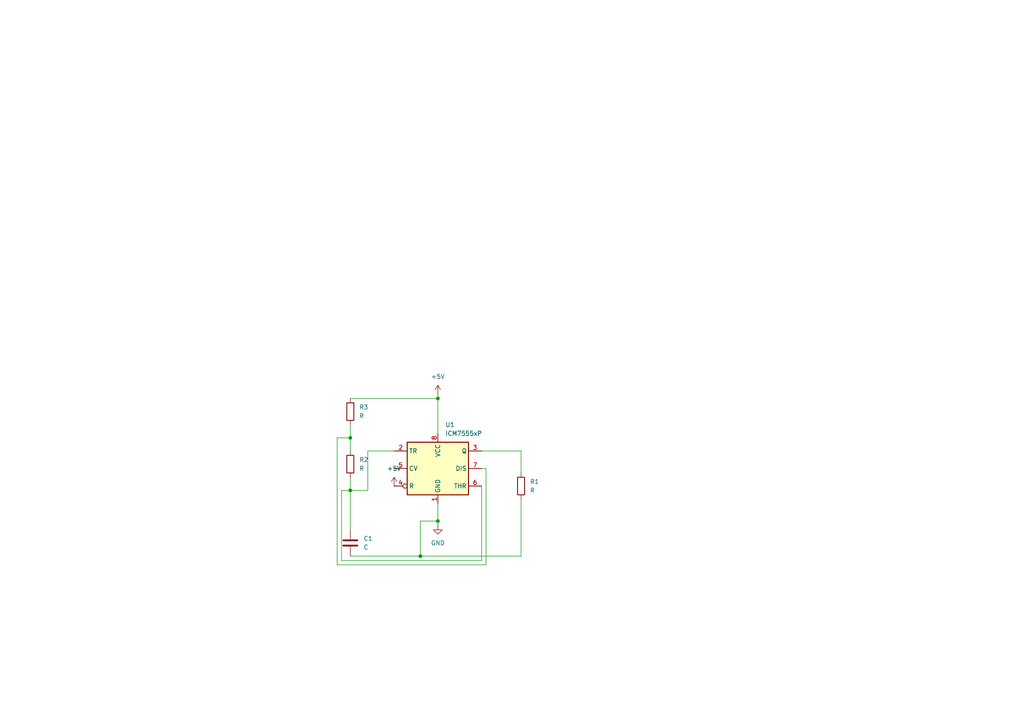
<source format=kicad_sch>
(kicad_sch (version 20250114) (generator "eeschema") (generator_version "9.0")
  (paper "A4")
  (lib_symbols
    (symbol "Device:C" (pin_numbers (hide yes)) (pin_names (offset 0.254))
      (property "Reference" "C" (at 0.635 2.54 0))
      (property "Value" "C" (at 0.635 -2.54 0))
      (symbol "C_0_1"
        (polyline (pts (xy -2.032 0.762) (xy 2.032 0.762)) (stroke (width 0.508)))
        (polyline (pts (xy -2.032 -0.762) (xy 2.032 -0.762)) (stroke (width 0.508)))
      )
      (symbol "C_1_1"
        (pin passive line (at 0 3.81 270) (length 2.794) (name "~") (number "1"))
        (pin passive line (at 0 -3.81 90) (length 2.794) (name "~") (number "2"))
      )
    )
    (symbol "Device:R" (pin_numbers (hide yes)) (pin_names (offset 0))
      (property "Reference" "R" (at 2.032 0 90))
      (property "Value" "R" (at 0 0 90))
      (symbol "R_0_1"
        (rectangle (start -1.016 -2.54) (end 1.016 2.54) (stroke (width 0.254)))
      )
      (symbol "R_1_1"
        (pin passive line (at 0 3.81 270) (length 1.27) (name "~") (number "1"))
        (pin passive line (at 0 -3.81 90) (length 1.27) (name "~") (number "2"))
      )
    )
    (symbol "Timer:ICM7555xP"
      (property "Reference" "U" (at -10.16 8.89 0))
      (property "Value" "ICM7555xP" (at 2.54 8.89 0))
      (symbol "ICM7555xP_0_0"
        (pin power_in line (at 0 10.16 270) (length 2.54) (name "VCC") (number "8"))
        (pin power_in line (at 0 -10.16 90) (length 2.54) (name "GND") (number "1"))
      )
      (symbol "ICM7555xP_0_1"
        (rectangle (start -8.89 -7.62) (end 8.89 7.62) (stroke (width 0.254)) (fill (type background)))
        (rectangle (start -8.89 -7.62) (end 8.89 7.62) (stroke (width 0.254)) (fill (type background)))
      )
      (symbol "ICM7555xP_1_1"
        (pin input line (at -12.7 5.08 0) (length 3.81) (name "TR") (number "2"))
        (pin input line (at -12.7 0 0) (length 3.81) (name "CV") (number "5"))
        (pin input inverted (at -12.7 -5.08 0) (length 3.81) (name "R") (number "4"))
        (pin output line (at 12.7 5.08 180) (length 3.81) (name "Q") (number "3"))
        (pin input line (at 12.7 0 180) (length 3.81) (name "DIS") (number "7"))
        (pin input line (at 12.7 -5.08 180) (length 3.81) (name "THR") (number "6"))
      )
    )
    (symbol "power:+5V" (power) (pin_numbers (hide yes)) (pin_names (offset 0) (hide yes))
      (property "Value" "+5V" (at 0 3.556 0))
      (symbol "+5V_0_1"
        (polyline (pts (xy -0.762 1.27) (xy 0 2.54)))
        (polyline (pts (xy 0 2.54) (xy 0.762 1.27)))
        (polyline (pts (xy 0 0) (xy 0 2.54)))
      )
      (symbol "+5V_1_1"
        (pin power_in line (at 0 0 90) (length 0) (name "~") (number "1"))
      )
    )
    (symbol "power:GND" (power) (pin_numbers (hide yes)) (pin_names (offset 0) (hide yes))
      (property "Value" "GND" (at 0 -3.81 0))
      (symbol "GND_0_1"
        (polyline (pts (xy 0 0) (xy 0 -1.27) (xy 1.27 -1.27) (xy 0 -2.54) (xy -1.27 -1.27) (xy 0 -1.27)))
      )
      (symbol "GND_1_1"
        (pin power_in line (at 0 0 270) (length 0) (name "~") (number "1"))
      )
    )
  )
  (junction (at 101.6 142.24))
  (junction (at 127 115.57))
  (junction (at 121.92 161.29))
  (junction (at 127 151.13))
  (junction (at 101.6 127))
  (wire (pts (xy 97.79 163.83) (xy 97.79 127)))
  (wire (pts (xy 121.92 161.29) (xy 151.13 161.29)))
  (wire (pts (xy 151.13 144.78) (xy 151.13 161.29)))
  (wire (pts (xy 127 151.13) (xy 127 146.05)))
  (wire (pts (xy 139.7 162.56) (xy 99.06 162.56)))
  (wire (pts (xy 127 152.4) (xy 127 151.13)))
  (wire (pts (xy 99.06 142.24) (xy 101.6 142.24)))
  (wire (pts (xy 121.92 151.13) (xy 127 151.13)))
  (wire (pts (xy 127 115.57) (xy 127 125.73)))
  (wire (pts (xy 101.6 138.43) (xy 101.6 142.24)))
  (wire (pts (xy 97.79 127) (xy 101.6 127)))
  (wire (pts (xy 121.92 161.29) (xy 121.92 151.13)))
  (wire (pts (xy 101.6 123.19) (xy 101.6 127)))
  (wire (pts (xy 139.7 130.81) (xy 151.13 130.81)))
  (wire (pts (xy 140.97 135.89) (xy 139.7 135.89)))
  (wire (pts (xy 101.6 115.57) (xy 127 115.57)))
  (wire (pts (xy 139.7 140.97) (xy 139.7 162.56)))
  (wire (pts (xy 140.97 135.89) (xy 140.97 163.83)))
  (wire (pts (xy 127 114.3) (xy 127 115.57)))
  (wire (pts (xy 101.6 161.29) (xy 121.92 161.29)))
  (wire (pts (xy 101.6 142.24) (xy 101.6 153.67)))
  (wire (pts (xy 114.3 130.81) (xy 106.68 130.81)))
  (wire (pts (xy 140.97 163.83) (xy 97.79 163.83)))
  (wire (pts (xy 106.68 142.24) (xy 101.6 142.24)))
  (wire (pts (xy 101.6 127) (xy 101.6 130.81)))
  (wire (pts (xy 151.13 130.81) (xy 151.13 137.16)))
  (wire (pts (xy 106.68 130.81) (xy 106.68 142.24)))
  (wire (pts (xy 99.06 162.56) (xy 99.06 142.24)))
  (symbol (lib_id "power:+5V") (at 127 114.3 0) (unit 1)
    (property "Reference" "#PWR01" (effects (hide yes)))
    (property "Value" "+5V" (at 127 109.22 0))
    (property "Description" "Power symbol creates a global label with name \"+5V\"" (effects (hide yes)))
  )
  (symbol (lib_id "Device:R") (at 151.13 140.97 0) (unit 1)
    (property "Reference" "R1" (at 153.67 139.6999 0) (effects (justify left)))
    (property "Value" "R" (at 153.67 142.2399 0) (effects (justify left)))
    (property "Footprint" "Resistor_THT:R_Axial_DIN0309_L9.0mm_D3.2mm_P12.70mm_Horizontal" (effects (hide yes)))
    (property "Description" "Resistor" (effects (hide yes)))
  )
  (symbol (lib_id "Device:C") (at 101.6 157.48 0) (unit 1)
    (property "Reference" "C1" (at 105.41 156.2099 0) (effects (justify left)))
    (property "Value" "C" (at 105.41 158.7499 0) (effects (justify left)))
    (property "Footprint" "Capacitor_SMD:C_1206_3216Metric" (effects (hide yes)))
    (property "Description" "Unpolarized capacitor" (effects (hide yes)))
  )
  (symbol (lib_id "Device:R") (at 101.6 134.62 0) (unit 1)
    (property "Reference" "R2" (at 104.14 133.3499 0) (effects (justify left)))
    (property "Value" "R" (at 104.14 135.8899 0) (effects (justify left)))
    (property "Footprint" "Resistor_THT:R_Axial_DIN0309_L9.0mm_D3.2mm_P12.70mm_Horizontal" (effects (hide yes)))
    (property "Description" "Resistor" (effects (hide yes)))
  )
  (symbol (lib_id "power:+5V") (at 114.3 140.97 0) (unit 1)
    (property "Reference" "#PWR03" (effects (hide yes)))
    (property "Value" "+5V" (at 114.3 135.89 0))
    (property "Description" "Power symbol creates a global label with name \"+5V\"" (effects (hide yes)))
  )
  (symbol (lib_id "power:GND") (at 127 152.4 0) (unit 1)
    (property "Reference" "#PWR02" (effects (hide yes)))
    (property "Value" "GND" (at 127 157.48 0))
    (property "Description" "Power symbol creates a global label with name \"GND\" , ground" (effects (hide yes)))
  )
  (symbol (lib_id "Device:R") (at 101.6 119.38 0) (unit 1)
    (property "Reference" "R3" (at 104.14 118.1099 0) (effects (justify left)))
    (property "Value" "R" (at 104.14 120.6499 0) (effects (justify left)))
    (property "Footprint" "Resistor_THT:R_Axial_DIN0309_L9.0mm_D3.2mm_P12.70mm_Horizontal" (effects (hide yes)))
    (property "Description" "Resistor" (effects (hide yes)))
  )
  (symbol (lib_id "Timer:ICM7555xP") (at 127 135.89 0) (unit 1)
    (property "Reference" "U1" (at 129.1433 123.19 0) (effects (justify left)))
    (property "Value" "ICM7555xP" (at 129.1433 125.73 0) (effects (justify left)))
    (property "Footprint" "Package_SO:SOIC-8_3.9x4.9mm_P1.27mm" (effects (hide yes)))
    (property "Datasheet" "http://www.intersil.com/content/dam/Intersil/documents/icm7/icm7555-56.pdf" (effects (hide yes)))
    (property "Description" "CMOS General Purpose Timer, 555 compatible, PDIP-8" (effects (hide yes)))
  )
)
</source>
